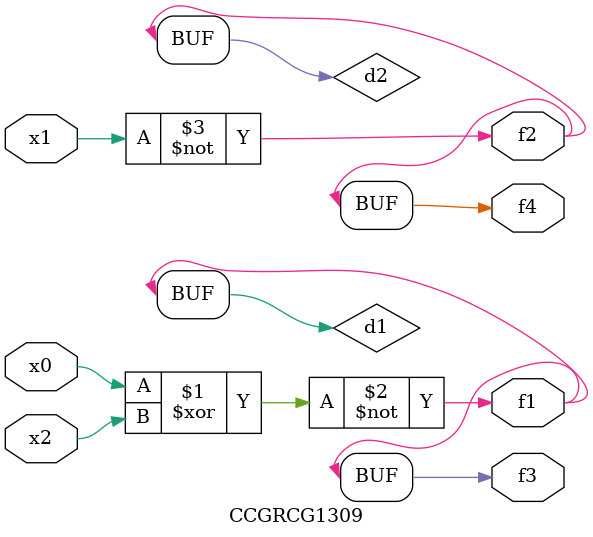
<source format=v>
module CCGRCG1309(
	input x0, x1, x2,
	output f1, f2, f3, f4
);

	wire d1, d2, d3;

	xnor (d1, x0, x2);
	nand (d2, x1);
	nor (d3, x1, x2);
	assign f1 = d1;
	assign f2 = d2;
	assign f3 = d1;
	assign f4 = d2;
endmodule

</source>
